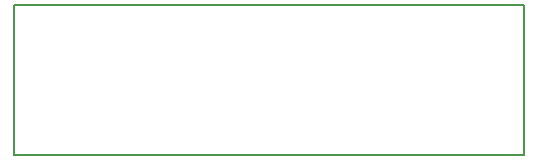
<source format=gbr>
%TF.GenerationSoftware,KiCad,Pcbnew,(6.0.1)*%
%TF.CreationDate,2022-09-12T22:22:16+01:00*%
%TF.ProjectId,rusEFI-Optoisolator,72757345-4649-42d4-9f70-746f69736f6c,rev?*%
%TF.SameCoordinates,Original*%
%TF.FileFunction,Profile,NP*%
%FSLAX46Y46*%
G04 Gerber Fmt 4.6, Leading zero omitted, Abs format (unit mm)*
G04 Created by KiCad (PCBNEW (6.0.1)) date 2022-09-12 22:22:16*
%MOMM*%
%LPD*%
G01*
G04 APERTURE LIST*
%TA.AperFunction,Profile*%
%ADD10C,0.200000*%
%TD*%
G04 APERTURE END LIST*
D10*
X116840000Y-78740000D02*
X160020000Y-78740000D01*
X160020000Y-91440000D02*
X116840000Y-91440000D01*
X116840000Y-91440000D02*
X116840000Y-78740000D01*
X160020000Y-78740000D02*
X160020000Y-91440000D01*
M02*

</source>
